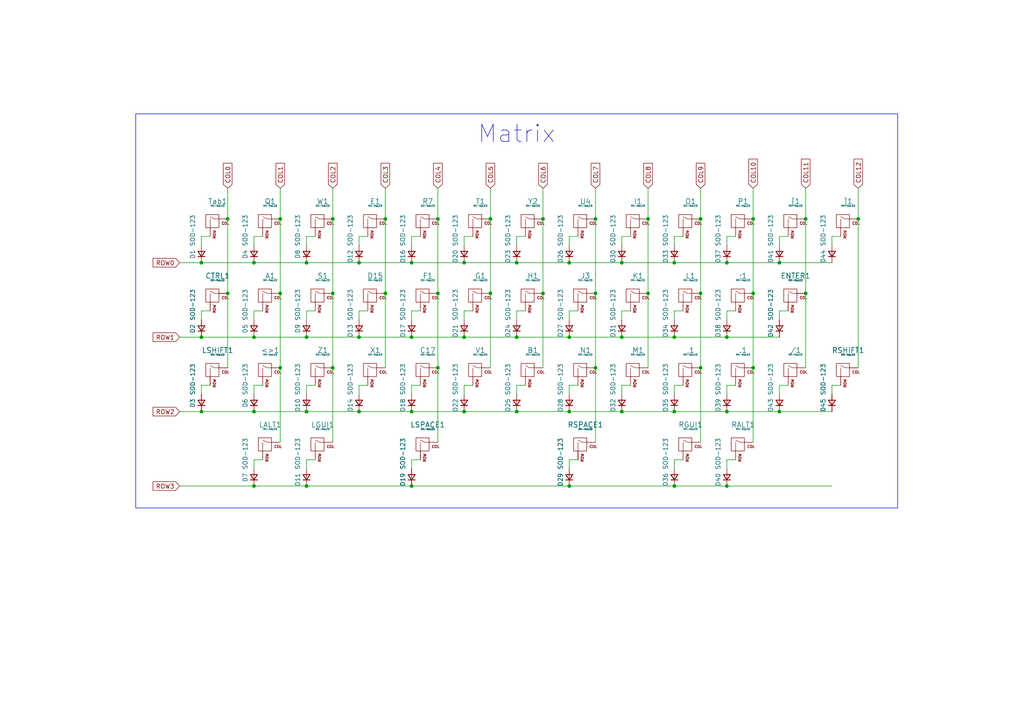
<source format=kicad_sch>
(kicad_sch (version 20230121) (generator eeschema)
  (paper "A4")
  (lib_symbols
    (symbol "Device:D_Small" (pin_numbers hide) (pin_names (offset 0.254) hide)
      (property "Reference" "D" (at -1.27 2.032 0))
      (property "Value" "D_Small" (at -3.81 -2.032 0))
      (symbol "D_Small_0_1"
        (polyline (pts (xy -0.762 -1.016) (xy -0.762 1.016)) (stroke (width 0.254)))
        (polyline (pts (xy -0.762 0) (xy 0.762 0)))
        (polyline (pts (xy 0.762 -1.016) (xy -0.762 0) (xy 0.762 1.016) (xy 0.762 -1.016)) (stroke (width 0.254)))
      )
      (symbol "D_Small_1_1"
        (pin passive line (at -2.54 0 0) (length 1.778) (name "K") (number "1"))
        (pin passive line (at 2.54 0 180) (length 1.778) (name "A") (number "2"))
      )
    )
    (symbol "MX_Alps_Hybrid:MX-NoLED" (pin_names (offset 1.016))
      (property "Reference" "MX" (at -0.635 3.81 0))
      (property "Value" "MX-NoLED" (at -0.635 1.27 0))
      (symbol "MX-NoLED_0_0"
        (rectangle (start -2.54 2.54) (end 1.27 -1.27))
        (polyline (pts (xy -1.27 -1.27) (xy -1.27 1.27)) (stroke (width 0.127)))
        (polyline (pts (xy 1.27 1.27) (xy 0 1.27) (xy -1.27 1.905)) (stroke (width 0.127)))
        (text "COL" (at 3.175 0 0) (effects (font (size 0.762 0.762))))
        (text "ROW" (at 0 -1.905 900) (effects (font (size 0.762 0.762)) (justify right)))
      )
      (symbol "MX-NoLED_1_1"
        (pin passive line (at 3.81 1.27 180) (length 2.54) (name "COL") (number "1"))
        (pin passive line (at -1.27 -3.81 90) (length 2.54) (name "ROW") (number "2"))
      )
    )
  )
  (junction (at 210.82 97.79))
  (junction (at 119.38 119.38))
  (junction (at 195.58 76.2))
  (junction (at 210.82 76.2))
  (junction (at 165.1 140.97))
  (junction (at 111.76 63.5))
  (junction (at 172.72 85.09))
  (junction (at 127 106.68))
  (junction (at 96.52 85.09))
  (junction (at 88.9 140.97))
  (junction (at 142.24 85.09))
  (junction (at 172.72 106.68))
  (junction (at 58.42 119.38))
  (junction (at 73.66 140.97))
  (junction (at 218.44 85.09))
  (junction (at 157.48 63.5))
  (junction (at 149.86 119.38))
  (junction (at 165.1 76.2))
  (junction (at 73.66 119.38))
  (junction (at 203.2 85.09))
  (junction (at 248.92 63.5))
  (junction (at 58.42 76.2))
  (junction (at 58.42 97.79))
  (junction (at 66.04 85.09))
  (junction (at 180.34 119.38))
  (junction (at 66.04 63.5))
  (junction (at 88.9 76.2))
  (junction (at 195.58 119.38))
  (junction (at 134.62 97.79))
  (junction (at 226.06 119.38))
  (junction (at 119.38 140.97))
  (junction (at 104.14 97.79))
  (junction (at 134.62 76.2))
  (junction (at 218.44 63.5))
  (junction (at 210.82 140.97))
  (junction (at 73.66 76.2))
  (junction (at 203.2 63.5))
  (junction (at 149.86 76.2))
  (junction (at 142.24 63.5))
  (junction (at 218.44 106.68))
  (junction (at 203.2 106.68))
  (junction (at 96.52 63.5))
  (junction (at 119.38 76.2))
  (junction (at 157.48 85.09))
  (junction (at 180.34 97.79))
  (junction (at 88.9 97.79))
  (junction (at 195.58 97.79))
  (junction (at 172.72 63.5))
  (junction (at 81.28 106.68))
  (junction (at 73.66 97.79))
  (junction (at 134.62 119.38))
  (junction (at 187.96 63.5))
  (junction (at 165.1 119.38))
  (junction (at 127 63.5))
  (junction (at 226.06 76.2))
  (junction (at 104.14 119.38))
  (junction (at 111.76 85.09))
  (junction (at 88.9 119.38))
  (junction (at 165.1 97.79))
  (junction (at 233.68 63.5))
  (junction (at 210.82 119.38))
  (junction (at 233.68 85.09))
  (junction (at 127 85.09))
  (junction (at 96.52 106.68))
  (junction (at 195.58 140.97))
  (junction (at 149.86 97.79))
  (junction (at 187.96 85.09))
  (junction (at 119.38 97.79))
  (junction (at 104.14 76.2))
  (junction (at 81.28 63.5))
  (junction (at 180.34 76.2))
  (junction (at 81.28 85.09))
  (wire (pts (xy 180.34 92.71) (xy 180.34 90.17)))
  (wire (pts (xy 233.68 54.61) (xy 233.68 63.5)))
  (wire (pts (xy 119.38 97.79) (xy 134.62 97.79)))
  (wire (pts (xy 210.82 97.79) (xy 226.06 97.79)))
  (wire (pts (xy 88.9 140.97) (xy 119.38 140.97)))
  (wire (pts (xy 66.04 85.09) (xy 66.04 106.68)))
  (wire (pts (xy 111.76 85.09) (xy 111.76 106.68)))
  (polyline (pts (xy 39.37 33.02) (xy 260.35 33.02)))
  (wire (pts (xy 195.58 90.17) (xy 198.12 90.17)))
  (wire (pts (xy 111.76 54.61) (xy 111.76 63.5)))
  (wire (pts (xy 58.42 92.71) (xy 58.42 90.17)))
  (wire (pts (xy 210.82 114.3) (xy 210.82 111.76)))
  (wire (pts (xy 165.1 133.35) (xy 167.64 133.35)))
  (wire (pts (xy 73.66 114.3) (xy 73.66 111.76)))
  (wire (pts (xy 134.62 92.71) (xy 134.62 90.17)))
  (wire (pts (xy 165.1 68.58) (xy 167.64 68.58)))
  (wire (pts (xy 104.14 119.38) (xy 119.38 119.38)))
  (wire (pts (xy 88.9 111.76) (xy 91.44 111.76)))
  (wire (pts (xy 58.42 90.17) (xy 60.96 90.17)))
  (wire (pts (xy 127 106.68) (xy 127 128.27)))
  (wire (pts (xy 195.58 135.89) (xy 195.58 133.35)))
  (wire (pts (xy 210.82 68.58) (xy 213.36 68.58)))
  (wire (pts (xy 180.34 119.38) (xy 195.58 119.38)))
  (wire (pts (xy 180.34 68.58) (xy 182.88 68.58)))
  (wire (pts (xy 149.86 76.2) (xy 165.1 76.2)))
  (wire (pts (xy 88.9 114.3) (xy 88.9 111.76)))
  (wire (pts (xy 149.86 71.12) (xy 149.86 68.58)))
  (wire (pts (xy 226.06 71.12) (xy 226.06 68.58)))
  (wire (pts (xy 241.3 111.76) (xy 243.84 111.76)))
  (wire (pts (xy 149.86 119.38) (xy 165.1 119.38)))
  (wire (pts (xy 233.68 63.5) (xy 233.68 85.09)))
  (wire (pts (xy 134.62 68.58) (xy 137.16 68.58)))
  (wire (pts (xy 210.82 135.89) (xy 210.82 133.35)))
  (wire (pts (xy 226.06 92.71) (xy 226.06 90.17)))
  (wire (pts (xy 58.42 71.12) (xy 58.42 68.58)))
  (wire (pts (xy 203.2 85.09) (xy 203.2 106.68)))
  (wire (pts (xy 96.52 106.68) (xy 96.52 128.27)))
  (wire (pts (xy 195.58 92.71) (xy 195.58 90.17)))
  (wire (pts (xy 104.14 68.58) (xy 106.68 68.58)))
  (wire (pts (xy 104.14 90.17) (xy 106.68 90.17)))
  (wire (pts (xy 119.38 90.17) (xy 121.92 90.17)))
  (wire (pts (xy 226.06 111.76) (xy 228.6 111.76)))
  (wire (pts (xy 58.42 68.58) (xy 60.96 68.58)))
  (wire (pts (xy 241.3 68.58) (xy 243.84 68.58)))
  (wire (pts (xy 58.42 114.3) (xy 58.42 111.76)))
  (wire (pts (xy 165.1 71.12) (xy 165.1 68.58)))
  (wire (pts (xy 157.48 85.09) (xy 157.48 106.68)))
  (wire (pts (xy 88.9 90.17) (xy 91.44 90.17)))
  (wire (pts (xy 119.38 119.38) (xy 134.62 119.38)))
  (wire (pts (xy 165.1 97.79) (xy 180.34 97.79)))
  (wire (pts (xy 149.86 111.76) (xy 152.4 111.76)))
  (wire (pts (xy 88.9 97.79) (xy 104.14 97.79)))
  (wire (pts (xy 127 54.61) (xy 127 63.5)))
  (wire (pts (xy 119.38 140.97) (xy 165.1 140.97)))
  (wire (pts (xy 52.07 119.38) (xy 58.42 119.38)))
  (wire (pts (xy 58.42 119.38) (xy 73.66 119.38)))
  (wire (pts (xy 241.3 140.97) (xy 210.82 140.97)))
  (wire (pts (xy 172.72 63.5) (xy 172.72 85.09)))
  (wire (pts (xy 157.48 54.61) (xy 157.48 63.5)))
  (wire (pts (xy 195.58 76.2) (xy 210.82 76.2)))
  (wire (pts (xy 134.62 111.76) (xy 137.16 111.76)))
  (wire (pts (xy 96.52 54.61) (xy 96.52 63.5)))
  (wire (pts (xy 134.62 71.12) (xy 134.62 68.58)))
  (wire (pts (xy 66.04 63.5) (xy 66.04 85.09)))
  (wire (pts (xy 88.9 71.12) (xy 88.9 68.58)))
  (wire (pts (xy 210.82 76.2) (xy 226.06 76.2)))
  (wire (pts (xy 73.66 71.12) (xy 73.66 68.58)))
  (wire (pts (xy 165.1 119.38) (xy 180.34 119.38)))
  (wire (pts (xy 226.06 90.17) (xy 228.6 90.17)))
  (wire (pts (xy 203.2 106.68) (xy 203.2 128.27)))
  (wire (pts (xy 96.52 85.09) (xy 96.52 106.68)))
  (wire (pts (xy 88.9 76.2) (xy 104.14 76.2)))
  (wire (pts (xy 111.76 63.5) (xy 111.76 85.09)))
  (wire (pts (xy 88.9 119.38) (xy 104.14 119.38)))
  (wire (pts (xy 165.1 111.76) (xy 167.64 111.76)))
  (wire (pts (xy 96.52 63.5) (xy 96.52 85.09)))
  (wire (pts (xy 233.68 85.09) (xy 233.68 106.68)))
  (polyline (pts (xy 39.37 147.32) (xy 260.35 147.32)))
  (wire (pts (xy 52.07 76.2) (xy 58.42 76.2)))
  (wire (pts (xy 241.3 71.12) (xy 241.3 68.58)))
  (wire (pts (xy 218.44 85.09) (xy 218.44 106.68)))
  (wire (pts (xy 180.34 114.3) (xy 180.34 111.76)))
  (wire (pts (xy 195.58 71.12) (xy 195.58 68.58)))
  (wire (pts (xy 119.38 68.58) (xy 121.92 68.58)))
  (wire (pts (xy 195.58 140.97) (xy 210.82 140.97)))
  (wire (pts (xy 104.14 76.2) (xy 119.38 76.2)))
  (wire (pts (xy 180.34 76.2) (xy 195.58 76.2)))
  (wire (pts (xy 88.9 68.58) (xy 91.44 68.58)))
  (wire (pts (xy 73.66 68.58) (xy 76.2 68.58)))
  (wire (pts (xy 165.1 90.17) (xy 167.64 90.17)))
  (wire (pts (xy 187.96 85.09) (xy 187.96 106.68)))
  (wire (pts (xy 58.42 76.2) (xy 73.66 76.2)))
  (wire (pts (xy 52.07 140.97) (xy 73.66 140.97)))
  (wire (pts (xy 210.82 71.12) (xy 210.82 68.58)))
  (wire (pts (xy 195.58 97.79) (xy 210.82 97.79)))
  (wire (pts (xy 218.44 63.5) (xy 218.44 85.09)))
  (wire (pts (xy 104.14 92.71) (xy 104.14 90.17)))
  (wire (pts (xy 73.66 135.89) (xy 73.66 133.35)))
  (wire (pts (xy 149.86 68.58) (xy 152.4 68.58)))
  (wire (pts (xy 52.07 97.79) (xy 58.42 97.79)))
  (wire (pts (xy 149.86 90.17) (xy 152.4 90.17)))
  (wire (pts (xy 165.1 92.71) (xy 165.1 90.17)))
  (wire (pts (xy 172.72 106.68) (xy 172.72 128.27)))
  (wire (pts (xy 195.58 114.3) (xy 195.58 111.76)))
  (wire (pts (xy 172.72 54.61) (xy 172.72 63.5)))
  (wire (pts (xy 58.42 97.79) (xy 73.66 97.79)))
  (wire (pts (xy 218.44 54.61) (xy 218.44 63.5)))
  (wire (pts (xy 104.14 97.79) (xy 119.38 97.79)))
  (wire (pts (xy 58.42 111.76) (xy 60.96 111.76)))
  (wire (pts (xy 119.38 111.76) (xy 121.92 111.76)))
  (wire (pts (xy 134.62 97.79) (xy 149.86 97.79)))
  (wire (pts (xy 134.62 114.3) (xy 134.62 111.76)))
  (wire (pts (xy 149.86 92.71) (xy 149.86 90.17)))
  (wire (pts (xy 165.1 140.97) (xy 195.58 140.97)))
  (wire (pts (xy 104.14 114.3) (xy 104.14 111.76)))
  (wire (pts (xy 172.72 85.09) (xy 172.72 106.68)))
  (wire (pts (xy 127 85.09) (xy 127 106.68)))
  (wire (pts (xy 142.24 54.61) (xy 142.24 63.5)))
  (wire (pts (xy 119.38 71.12) (xy 119.38 68.58)))
  (wire (pts (xy 180.34 97.79) (xy 195.58 97.79)))
  (wire (pts (xy 142.24 85.09) (xy 142.24 106.68)))
  (wire (pts (xy 157.48 63.5) (xy 157.48 85.09)))
  (wire (pts (xy 134.62 90.17) (xy 137.16 90.17)))
  (wire (pts (xy 73.66 76.2) (xy 88.9 76.2)))
  (wire (pts (xy 149.86 97.79) (xy 165.1 97.79)))
  (wire (pts (xy 241.3 114.3) (xy 241.3 111.76)))
  (wire (pts (xy 88.9 135.89) (xy 88.9 133.35)))
  (wire (pts (xy 203.2 63.5) (xy 203.2 85.09)))
  (wire (pts (xy 73.66 133.35) (xy 76.2 133.35)))
  (wire (pts (xy 165.1 114.3) (xy 165.1 111.76)))
  (wire (pts (xy 104.14 71.12) (xy 104.14 68.58)))
  (wire (pts (xy 210.82 133.35) (xy 213.36 133.35)))
  (wire (pts (xy 88.9 133.35) (xy 91.44 133.35)))
  (wire (pts (xy 226.06 119.38) (xy 241.3 119.38)))
  (wire (pts (xy 218.44 106.68) (xy 218.44 128.27)))
  (wire (pts (xy 180.34 90.17) (xy 182.88 90.17)))
  (wire (pts (xy 66.04 54.61) (xy 66.04 63.5)))
  (polyline (pts (xy 39.37 33.02) (xy 39.37 147.32)))
  (wire (pts (xy 149.86 114.3) (xy 149.86 111.76)))
  (wire (pts (xy 119.38 92.71) (xy 119.38 90.17)))
  (wire (pts (xy 210.82 92.71) (xy 210.82 90.17)))
  (wire (pts (xy 142.24 63.5) (xy 142.24 85.09)))
  (wire (pts (xy 210.82 111.76) (xy 213.36 111.76)))
  (wire (pts (xy 226.06 68.58) (xy 228.6 68.58)))
  (wire (pts (xy 226.06 76.2) (xy 241.3 76.2)))
  (wire (pts (xy 180.34 71.12) (xy 180.34 68.58)))
  (wire (pts (xy 187.96 54.61) (xy 187.96 63.5)))
  (wire (pts (xy 210.82 90.17) (xy 213.36 90.17)))
  (wire (pts (xy 134.62 119.38) (xy 149.86 119.38)))
  (wire (pts (xy 119.38 76.2) (xy 134.62 76.2)))
  (wire (pts (xy 203.2 54.61) (xy 203.2 63.5)))
  (wire (pts (xy 195.58 68.58) (xy 198.12 68.58)))
  (wire (pts (xy 81.28 106.68) (xy 81.28 128.27)))
  (wire (pts (xy 73.66 90.17) (xy 76.2 90.17)))
  (wire (pts (xy 73.66 119.38) (xy 88.9 119.38)))
  (wire (pts (xy 88.9 92.71) (xy 88.9 90.17)))
  (wire (pts (xy 119.38 135.89) (xy 119.38 133.35)))
  (wire (pts (xy 180.34 111.76) (xy 182.88 111.76)))
  (wire (pts (xy 73.66 111.76) (xy 76.2 111.76)))
  (wire (pts (xy 187.96 63.5) (xy 187.96 85.09)))
  (wire (pts (xy 165.1 135.89) (xy 165.1 133.35)))
  (polyline (pts (xy 260.35 147.32) (xy 260.35 33.02)))
  (wire (pts (xy 119.38 133.35) (xy 121.92 133.35)))
  (wire (pts (xy 248.92 63.5) (xy 248.92 54.61)))
  (wire (pts (xy 81.28 54.61) (xy 81.28 63.5)))
  (wire (pts (xy 210.82 119.38) (xy 226.06 119.38)))
  (wire (pts (xy 119.38 114.3) (xy 119.38 111.76)))
  (wire (pts (xy 81.28 85.09) (xy 81.28 106.68)))
  (wire (pts (xy 73.66 92.71) (xy 73.66 90.17)))
  (wire (pts (xy 104.14 111.76) (xy 106.68 111.76)))
  (wire (pts (xy 165.1 76.2) (xy 180.34 76.2)))
  (wire (pts (xy 248.92 63.5) (xy 248.92 106.68)))
  (wire (pts (xy 226.06 114.3) (xy 226.06 111.76)))
  (wire (pts (xy 81.28 63.5) (xy 81.28 85.09)))
  (wire (pts (xy 73.66 140.97) (xy 88.9 140.97)))
  (wire (pts (xy 73.66 97.79) (xy 88.9 97.79)))
  (wire (pts (xy 195.58 119.38) (xy 210.82 119.38)))
  (wire (pts (xy 195.58 111.76) (xy 198.12 111.76)))
  (wire (pts (xy 134.62 76.2) (xy 149.86 76.2)))
  (wire (pts (xy 127 63.5) (xy 127 85.09)))
  (wire (pts (xy 195.58 133.35) (xy 198.12 133.35)))
  (text "Matrix" (at 138.43 41.91 0) (effects (font (size 5 5)) (justify left bottom)))
  (global_label "COL11" (shape input) (at 233.68 54.61 90) (property "Intersheetrefs" "${INTERSHEET_REFS}" (effects hide)))
  (global_label "COL10" (shape input) (at 218.44 54.61 90) (property "Intersheetrefs" "${INTERSHEET_REFS}" (effects hide)))
  (global_label "COL3" (shape input) (at 111.76 54.61 90) (property "Intersheetrefs" "${INTERSHEET_REFS}" (effects hide)))
  (global_label "ROW0" (shape input) (at 52.07 76.2 180) (property "Intersheetrefs" "${INTERSHEET_REFS}" (effects hide)))
  (global_label "COL1" (shape input) (at 81.28 54.61 90) (property "Intersheetrefs" "${INTERSHEET_REFS}" (effects hide)))
  (global_label "COL5" (shape input) (at 142.24 54.61 90) (property "Intersheetrefs" "${INTERSHEET_REFS}" (effects hide)))
  (global_label "COL2" (shape input) (at 96.52 54.61 90) (property "Intersheetrefs" "${INTERSHEET_REFS}" (effects hide)))
  (global_label "COL9" (shape input) (at 203.2 54.61 90) (property "Intersheetrefs" "${INTERSHEET_REFS}" (effects hide)))
  (global_label "COL4" (shape input) (at 127 54.61 90) (property "Intersheetrefs" "${INTERSHEET_REFS}" (effects hide)))
  (global_label "COL7" (shape input) (at 172.72 54.61 90) (property "Intersheetrefs" "${INTERSHEET_REFS}" (effects hide)))
  (global_label "ROW1" (shape input) (at 52.07 97.79 180) (property "Intersheetrefs" "${INTERSHEET_REFS}" (effects hide)))
  (global_label "COL8" (shape input) (at 187.96 54.61 90) (property "Intersheetrefs" "${INTERSHEET_REFS}" (effects hide)))
  (global_label "COL6" (shape input) (at 157.48 54.61 90) (property "Intersheetrefs" "${INTERSHEET_REFS}" (effects hide)))
  (global_label "ROW2" (shape input) (at 52.07 119.38 180) (property "Intersheetrefs" "${INTERSHEET_REFS}" (effects hide)))
  (global_label "ROW3" (shape input) (at 52.07 140.97 180) (property "Intersheetrefs" "${INTERSHEET_REFS}" (effects hide)))
  (global_label "COL12" (shape input) (at 248.92 54.61 90) (property "Intersheetrefs" "${INTERSHEET_REFS}" (effects hide)))
  (global_label "COL0" (shape input) (at 66.04 54.61 90) (property "Intersheetrefs" "${INTERSHEET_REFS}" (effects hide)))
  (symbol (lib_id "Device:D_Small") (at 88.9 116.84 90) (unit 1)
    (property "Reference" "D10" (at 86.36 115.57 0) (effects (justify right)))
    (property "Value" "SOD-123" (at 86.36 105.41 0) (effects (justify right)))
    (property "Footprint" "Diode_SMD:D_SOD-123" (effects hide))
  )
  (symbol (lib_id "Device:D_Small") (at 88.9 138.43 90) (unit 1)
    (property "Reference" "D11" (at 86.36 137.16 0) (effects (justify right)))
    (property "Value" "SOD-123" (at 86.36 127 0) (effects (justify right)))
    (property "Footprint" "Diode_SMD:D_SOD-123" (effects hide))
  )
  (symbol (lib_id "MX_Alps_Hybrid:MX-NoLED") (at 199.39 86.36 0) (unit 1)
    (property "Reference" "L1" (at 200.2756 80.01 0) (effects (font (size 1.524 1.524))))
    (property "Value" "MX-NoLED" (at 200.2756 81.28 0) (effects (font (size 0.508 0.508))))
    (property "Footprint" "ddkb:MX-1U-NoLED" (effects hide))
  )
  (symbol (lib_id "Device:D_Small") (at 149.86 95.25 90) (unit 1)
    (property "Reference" "D24" (at 147.32 93.98 0) (effects (justify right)))
    (property "Value" "SOD-123" (at 147.32 83.82 0) (effects (justify right)))
    (property "Footprint" "Diode_SMD:D_SOD-123" (effects hide))
  )
  (symbol (lib_id "MX_Alps_Hybrid:MX-NoLED") (at 168.91 107.95 0) (unit 1)
    (property "Reference" "N1" (at 169.7956 101.6 0) (effects (font (size 1.524 1.524))))
    (property "Value" "MX-NoLED" (at 169.7956 102.87 0) (effects (font (size 0.508 0.508))))
    (property "Footprint" "ddkb:MX-1U-NoLED" (effects hide))
  )
  (symbol (lib_id "Device:D_Small") (at 73.66 116.84 90) (unit 1)
    (property "Reference" "D6" (at 71.12 115.57 0) (effects (justify right)))
    (property "Value" "SOD-123" (at 71.12 105.41 0) (effects (justify right)))
    (property "Footprint" "Diode_SMD:D_SOD-123" (effects hide))
  )
  (symbol (lib_id "Device:D_Small") (at 104.14 116.84 90) (unit 1)
    (property "Reference" "D14" (at 101.6 115.57 0) (effects (justify right)))
    (property "Value" "SOD-123" (at 101.6 105.41 0) (effects (justify right)))
    (property "Footprint" "Diode_SMD:D_SOD-123" (effects hide))
  )
  (symbol (lib_id "MX_Alps_Hybrid:MX-NoLED") (at 214.63 129.54 0) (unit 1)
    (property "Reference" "RALT1" (at 215.5156 123.19 0) (effects (font (size 1.524 1.524))))
    (property "Value" "MX-NoLED" (at 215.5156 124.46 0) (effects (font (size 0.508 0.508))))
    (property "Footprint" "ddkb:MX-1U-NoLED" (effects hide))
  )
  (symbol (lib_id "Device:D_Small") (at 149.86 73.66 90) (unit 1)
    (property "Reference" "D23" (at 147.32 72.39 0) (effects (justify right)))
    (property "Value" "SOD-123" (at 147.32 62.23 0) (effects (justify right)))
    (property "Footprint" "Diode_SMD:D_SOD-123" (effects hide))
  )
  (symbol (lib_id "Device:D_Small") (at 73.66 138.43 90) (unit 1)
    (property "Reference" "D7" (at 71.12 137.16 0) (effects (justify right)))
    (property "Value" "SOD-123" (at 71.12 127 0) (effects (justify right)))
    (property "Footprint" "Diode_SMD:D_SOD-123" (effects hide))
  )
  (symbol (lib_id "Device:D_Small") (at 210.82 73.66 90) (unit 1)
    (property "Reference" "D37" (at 208.28 72.39 0) (effects (justify right)))
    (property "Value" "SOD-123" (at 208.28 62.23 0) (effects (justify right)))
    (property "Footprint" "Diode_SMD:D_SOD-123" (effects hide))
  )
  (symbol (lib_id "Device:D_Small") (at 165.1 95.25 90) (unit 1)
    (property "Reference" "D27" (at 162.56 93.98 0) (effects (justify right)))
    (property "Value" "SOD-123" (at 162.56 83.82 0) (effects (justify right)))
    (property "Footprint" "Diode_SMD:D_SOD-123" (effects hide))
  )
  (symbol (lib_id "MX_Alps_Hybrid:MX-NoLED") (at 123.19 64.77 0) (unit 1)
    (property "Reference" "R7" (at 124.0756 58.42 0) (effects (font (size 1.524 1.524))))
    (property "Value" "MX-NoLED" (at 124.0756 59.69 0) (effects (font (size 0.508 0.508))))
    (property "Footprint" "ddkb:MX-1U-NoLED" (effects hide))
  )
  (symbol (lib_id "Device:D_Small") (at 165.1 116.84 90) (unit 1)
    (property "Reference" "D28" (at 162.56 115.57 0) (effects (justify right)))
    (property "Value" "SOD-123" (at 162.56 105.41 0) (effects (justify right)))
    (property "Footprint" "Diode_SMD:D_SOD-123" (effects hide))
  )
  (symbol (lib_id "MX_Alps_Hybrid:MX-NoLED") (at 123.19 86.36 0) (unit 1)
    (property "Reference" "F1" (at 124.0756 80.01 0) (effects (font (size 1.524 1.524))))
    (property "Value" "MX-NoLED" (at 124.0756 81.28 0) (effects (font (size 0.508 0.508))))
    (property "Footprint" "ddkb:MX-1U-NoLED" (effects hide))
  )
  (symbol (lib_id "Device:D_Small") (at 58.42 116.84 90) (unit 1)
    (property "Reference" "D3" (at 55.88 115.57 0) (effects (justify right)))
    (property "Value" "SOD-123" (at 55.88 105.41 0) (effects (justify right)))
    (property "Footprint" "Diode_SMD:D_SOD-123" (effects hide))
  )
  (symbol (lib_id "Device:D_Small") (at 195.58 95.25 90) (unit 1)
    (property "Reference" "D34" (at 193.04 93.98 0) (effects (justify right)))
    (property "Value" "SOD-123" (at 193.04 83.82 0) (effects (justify right)))
    (property "Footprint" "Diode_SMD:D_SOD-123" (effects hide))
  )
  (symbol (lib_id "Device:D_Small") (at 104.14 95.25 90) (unit 1)
    (property "Reference" "D13" (at 101.6 93.98 0) (effects (justify right)))
    (property "Value" "SOD-123" (at 101.6 83.82 0) (effects (justify right)))
    (property "Footprint" "Diode_SMD:D_SOD-123" (effects hide))
  )
  (symbol (lib_id "MX_Alps_Hybrid:MX-NoLED") (at 153.67 64.77 0) (unit 1)
    (property "Reference" "Y2" (at 154.5556 58.42 0) (effects (font (size 1.524 1.524))))
    (property "Value" "MX-NoLED" (at 154.5556 59.69 0) (effects (font (size 0.508 0.508))))
    (property "Footprint" "ddkb:MX-1U-NoLED" (effects hide))
  )
  (symbol (lib_id "MX_Alps_Hybrid:MX-NoLED") (at 214.63 107.95 0) (unit 1)
    (property "Reference" ".1" (at 215.5156 101.6 0) (effects (font (size 1.524 1.524))))
    (property "Value" "MX-NoLED" (at 215.5156 102.87 0) (effects (font (size 0.508 0.508))))
    (property "Footprint" "ddkb:MX-1U-NoLED" (effects hide))
  )
  (symbol (lib_id "MX_Alps_Hybrid:MX-NoLED") (at 107.95 107.95 0) (unit 1)
    (property "Reference" "X1" (at 108.8356 101.6 0) (effects (font (size 1.524 1.524))))
    (property "Value" "MX-NoLED" (at 108.8356 102.87 0) (effects (font (size 0.508 0.508))))
    (property "Footprint" "ddkb:MX-1U-NoLED" (effects hide))
  )
  (symbol (lib_id "MX_Alps_Hybrid:MX-NoLED") (at 168.91 64.77 0) (unit 1)
    (property "Reference" "U4" (at 169.7956 58.42 0) (effects (font (size 1.524 1.524))))
    (property "Value" "MX-NoLED" (at 169.7956 59.69 0) (effects (font (size 0.508 0.508))))
    (property "Footprint" "ddkb:MX-1U-NoLED" (effects hide))
  )
  (symbol (lib_id "MX_Alps_Hybrid:MX-NoLED") (at 62.23 107.95 0) (unit 1)
    (property "Reference" "LSHIFT1" (at 63.1156 101.6 0) (effects (font (size 1.524 1.524))))
    (property "Value" "MX-NoLED" (at 63.1156 102.87 0) (effects (font (size 0.508 0.508))))
    (property "Footprint" "ddkb:MX-2.25U-NoLED" (effects hide))
  )
  (symbol (lib_id "Device:D_Small") (at 195.58 73.66 90) (unit 1)
    (property "Reference" "D33" (at 193.04 72.39 0) (effects (justify right)))
    (property "Value" "SOD-123" (at 193.04 62.23 0) (effects (justify right)))
    (property "Footprint" "Diode_SMD:D_SOD-123" (effects hide))
  )
  (symbol (lib_id "Device:D_Small") (at 58.42 95.25 90) (unit 1)
    (property "Reference" "D2" (at 55.88 93.98 0) (effects (justify right)))
    (property "Value" "SOD-123" (at 55.88 83.82 0) (effects (justify right)))
    (property "Footprint" "Diode_SMD:D_SOD-123" (effects hide))
  )
  (symbol (lib_id "Device:D_Small") (at 210.82 95.25 90) (unit 1)
    (property "Reference" "D38" (at 208.28 93.98 0) (effects (justify right)))
    (property "Value" "SOD-123" (at 208.28 83.82 0) (effects (justify right)))
    (property "Footprint" "Diode_SMD:D_SOD-123" (effects hide))
  )
  (symbol (lib_id "Device:D_Small") (at 241.3 116.84 90) (unit 1)
    (property "Reference" "D45" (at 238.76 115.57 0) (effects (justify right)))
    (property "Value" "SOD-123" (at 238.76 105.41 0) (effects (justify right)))
    (property "Footprint" "Diode_SMD:D_SOD-123" (effects hide))
  )
  (symbol (lib_id "MX_Alps_Hybrid:MX-NoLED") (at 62.23 64.77 0) (unit 1)
    (property "Reference" "Tab1" (at 63.1156 58.42 0) (effects (font (size 1.524 1.524))))
    (property "Value" "MX-NoLED" (at 63.1156 59.69 0) (effects (font (size 0.508 0.508))))
    (property "Footprint" "ddkb:MX-1.5U-NoLED" (effects hide))
  )
  (symbol (lib_id "MX_Alps_Hybrid:MX-NoLED") (at 184.15 107.95 0) (unit 1)
    (property "Reference" "M1" (at 185.0356 101.6 0) (effects (font (size 1.524 1.524))))
    (property "Value" "MX-NoLED" (at 185.0356 102.87 0) (effects (font (size 0.508 0.508))))
    (property "Footprint" "ddkb:MX-1U-NoLED" (effects hide))
  )
  (symbol (lib_id "MX_Alps_Hybrid:MX-NoLED") (at 184.15 64.77 0) (unit 1)
    (property "Reference" "I1" (at 185.0356 58.42 0) (effects (font (size 1.524 1.524))))
    (property "Value" "MX-NoLED" (at 185.0356 59.69 0) (effects (font (size 0.508 0.508))))
    (property "Footprint" "ddkb:MX-1U-NoLED" (effects hide))
  )
  (symbol (lib_id "MX_Alps_Hybrid:MX-NoLED") (at 199.39 129.54 0) (unit 1)
    (property "Reference" "RGUI1" (at 200.2756 123.19 0) (effects (font (size 1.524 1.524))))
    (property "Value" "MX-NoLED" (at 200.2756 124.46 0) (effects (font (size 0.508 0.508))))
    (property "Footprint" "ddkb:MX-1U-NoLED" (effects hide))
  )
  (symbol (lib_id "MX_Alps_Hybrid:MX-NoLED") (at 199.39 64.77 0) (unit 1)
    (property "Reference" "O1" (at 200.2756 58.42 0) (effects (font (size 1.524 1.524))))
    (property "Value" "MX-NoLED" (at 200.2756 59.69 0) (effects (font (size 0.508 0.508))))
    (property "Footprint" "ddkb:MX-1U-NoLED" (effects hide))
  )
  (symbol (lib_id "MX_Alps_Hybrid:MX-NoLED") (at 153.67 107.95 0) (unit 1)
    (property "Reference" "B1" (at 154.5556 101.6 0) (effects (font (size 1.524 1.524))))
    (property "Value" "MX-NoLED" (at 154.5556 102.87 0) (effects (font (size 0.508 0.508))))
    (property "Footprint" "ddkb:MX-1U-NoLED" (effects hide))
  )
  (symbol (lib_id "Device:D_Small") (at 104.14 73.66 90) (unit 1)
    (property "Reference" "D12" (at 101.6 72.39 0) (effects (justify right)))
    (property "Value" "SOD-123" (at 101.6 62.23 0) (effects (justify right)))
    (property "Footprint" "Diode_SMD:D_SOD-123" (effects hide))
  )
  (symbol (lib_id "MX_Alps_Hybrid:MX-NoLED") (at 229.87 107.95 0) (unit 1)
    (property "Reference" "/1" (at 230.7556 101.6 0) (effects (font (size 1.524 1.524))))
    (property "Value" "MX-NoLED" (at 230.7556 102.87 0) (effects (font (size 0.508 0.508))))
    (property "Footprint" "ddkb:MX-1U-NoLED" (effects hide))
  )
  (symbol (lib_id "Device:D_Small") (at 165.1 138.43 90) (unit 1)
    (property "Reference" "D29" (at 162.56 137.16 0) (effects (justify right)))
    (property "Value" "SOD-123" (at 162.56 127 0) (effects (justify right)))
    (property "Footprint" "Diode_SMD:D_SOD-123" (effects hide))
  )
  (symbol (lib_id "Device:D_Small") (at 226.06 73.66 90) (unit 1)
    (property "Reference" "D41" (at 223.52 72.39 0) (effects (justify right)))
    (property "Value" "SOD-123" (at 223.52 62.23 0) (effects (justify right)))
    (property "Footprint" "Diode_SMD:D_SOD-123" (effects hide))
  )
  (symbol (lib_id "Device:D_Small") (at 119.38 138.43 90) (unit 1)
    (property "Reference" "D19" (at 116.84 137.16 0) (effects (justify right)))
    (property "Value" "SOD-123" (at 116.84 127 0) (effects (justify right)))
    (property "Footprint" "Diode_SMD:D_SOD-123" (effects hide))
  )
  (symbol (lib_id "MX_Alps_Hybrid:MX-NoLED") (at 138.43 86.36 0) (unit 1)
    (property "Reference" "G1" (at 139.3156 80.01 0) (effects (font (size 1.524 1.524))))
    (property "Value" "MX-NoLED" (at 139.3156 81.28 0) (effects (font (size 0.508 0.508))))
    (property "Footprint" "ddkb:MX-1U-NoLED" (effects hide))
  )
  (symbol (lib_id "Device:D_Small") (at 88.9 73.66 90) (unit 1)
    (property "Reference" "D8" (at 86.36 72.39 0) (effects (justify right)))
    (property "Value" "SOD-123" (at 86.36 62.23 0) (effects (justify right)))
    (property "Footprint" "Diode_SMD:D_SOD-123" (effects hide))
  )
  (symbol (lib_id "Device:D_Small") (at 210.82 116.84 90) (unit 1)
    (property "Reference" "D39" (at 208.28 115.57 0) (effects (justify right)))
    (property "Value" "SOD-123" (at 208.28 105.41 0) (effects (justify right)))
    (property "Footprint" "Diode_SMD:D_SOD-123" (effects hide))
  )
  (symbol (lib_id "MX_Alps_Hybrid:MX-NoLED") (at 199.39 107.95 0) (unit 1)
    (property "Reference" ",1" (at 200.2756 101.6 0) (effects (font (size 1.524 1.524))))
    (property "Value" "MX-NoLED" (at 200.2756 102.87 0) (effects (font (size 0.508 0.508))))
    (property "Footprint" "ddkb:MX-1U-NoLED" (effects hide))
  )
  (symbol (lib_id "MX_Alps_Hybrid:MX-NoLED") (at 77.47 64.77 0) (unit 1)
    (property "Reference" "Q1" (at 78.3556 58.42 0) (effects (font (size 1.524 1.524))))
    (property "Value" "MX-NoLED" (at 78.3556 59.69 0) (effects (font (size 0.508 0.508))))
    (property "Footprint" "ddkb:MX-1U-NoLED" (effects hide))
  )
  (symbol (lib_id "Device:D_Small") (at 226.06 95.25 90) (unit 1)
    (property "Reference" "D42" (at 223.52 93.98 0) (effects (justify right)))
    (property "Value" "SOD-123" (at 223.52 83.82 0) (effects (justify right)))
    (property "Footprint" "Diode_SMD:D_SOD-123" (effects hide))
  )
  (symbol (lib_id "Device:D_Small") (at 241.3 73.66 90) (unit 1)
    (property "Reference" "D44" (at 238.76 72.39 0) (effects (justify right)))
    (property "Value" "SOD-123" (at 238.76 62.23 0) (effects (justify right)))
    (property "Footprint" "Diode_SMD:D_SOD-123" (effects hide))
  )
  (symbol (lib_id "Device:D_Small") (at 119.38 73.66 90) (unit 1)
    (property "Reference" "D16" (at 116.84 72.39 0) (effects (justify right)))
    (property "Value" "SOD-123" (at 116.84 62.23 0) (effects (justify right)))
    (property "Footprint" "Diode_SMD:D_SOD-123" (effects hide))
  )
  (symbol (lib_id "Device:D_Small") (at 134.62 95.25 90) (unit 1)
    (property "Reference" "D21" (at 132.08 93.98 0) (effects (justify right)))
    (property "Value" "SOD-123" (at 132.08 83.82 0) (effects (justify right)))
    (property "Footprint" "Diode_SMD:D_SOD-123" (effects hide))
  )
  (symbol (lib_id "Device:D_Small") (at 165.1 73.66 90) (unit 1)
    (property "Reference" "D26" (at 162.56 72.39 0) (effects (justify right)))
    (property "Value" "SOD-123" (at 162.56 62.23 0) (effects (justify right)))
    (property "Footprint" "Diode_SMD:D_SOD-123" (effects hide))
  )
  (symbol (lib_id "MX_Alps_Hybrid:MX-NoLED") (at 92.71 107.95 0) (unit 1)
    (property "Reference" "Z1" (at 93.5956 101.6 0) (effects (font (size 1.524 1.524))))
    (property "Value" "MX-NoLED" (at 93.5956 102.87 0) (effects (font (size 0.508 0.508))))
    (property "Footprint" "ddkb:MX-1U-NoLED" (effects hide))
  )
  (symbol (lib_id "MX_Alps_Hybrid:MX-NoLED") (at 123.19 107.95 0) (unit 1)
    (property "Reference" "C17" (at 124.0756 101.6 0) (effects (font (size 1.524 1.524))))
    (property "Value" "MX-NoLED" (at 124.0756 102.87 0) (effects (font (size 0.508 0.508))))
    (property "Footprint" "ddkb:MX-1U-NoLED" (effects hide))
  )
  (symbol (lib_id "MX_Alps_Hybrid:MX-NoLED") (at 77.47 107.95 0) (unit 1)
    (property "Reference" "<>1" (at 78.3556 101.6 0) (effects (font (size 1.524 1.524))))
    (property "Value" "MX-NoLED" (at 78.3556 102.87 0) (effects (font (size 0.508 0.508))))
    (property "Footprint" "ddkb:MX-1U-NoLED" (effects hide))
  )
  (symbol (lib_id "MX_Alps_Hybrid:MX-NoLED") (at 92.71 86.36 0) (unit 1)
    (property "Reference" "S1" (at 93.5956 80.01 0) (effects (font (size 1.524 1.524))))
    (property "Value" "MX-NoLED" (at 93.5956 81.28 0) (effects (font (size 0.508 0.508))))
    (property "Footprint" "ddkb:MX-1U-NoLED" (effects hide))
  )
  (symbol (lib_id "MX_Alps_Hybrid:MX-NoLED") (at 138.43 107.95 0) (unit 1)
    (property "Reference" "V1" (at 139.3156 101.6 0) (effects (font (size 1.524 1.524))))
    (property "Value" "MX-NoLED" (at 139.3156 102.87 0) (effects (font (size 0.508 0.508))))
    (property "Footprint" "ddkb:MX-1U-NoLED" (effects hide))
  )
  (symbol (lib_id "MX_Alps_Hybrid:MX-NoLED") (at 229.87 64.77 0) (unit 1)
    (property "Reference" "[1" (at 230.7556 58.42 0) (effects (font (size 1.524 1.524))))
    (property "Value" "MX-NoLED" (at 230.7556 59.69 0) (effects (font (size 0.508 0.508))))
    (property "Footprint" "ddkb:MX-1U-NoLED" (effects hide))
  )
  (symbol (lib_id "Device:D_Small") (at 119.38 116.84 90) (unit 1)
    (property "Reference" "D18" (at 116.84 115.57 0) (effects (justify right)))
    (property "Value" "SOD-123" (at 116.84 105.41 0) (effects (justify right)))
    (property "Footprint" "Diode_SMD:D_SOD-123" (effects hide))
  )
  (symbol (lib_id "Device:D_Small") (at 226.06 116.84 90) (unit 1)
    (property "Reference" "D43" (at 223.52 115.57 0) (effects (justify right)))
    (property "Value" "SOD-123" (at 223.52 105.41 0) (effects (justify right)))
    (property "Footprint" "Diode_SMD:D_SOD-123" (effects hide))
  )
  (symbol (lib_id "MX_Alps_Hybrid:MX-NoLED") (at 123.19 129.54 0) (unit 1)
    (property "Reference" "LSPACE1" (at 124.0756 123.19 0) (effects (font (size 1.524 1.524))))
    (property "Value" "MX-NoLED" (at 124.0756 124.46 0) (effects (font (size 0.508 0.508))))
    (property "Footprint" "ddkb:MX-3U-NoLED" (effects hide))
  )
  (symbol (lib_id "MX_Alps_Hybrid:MX-NoLED") (at 214.63 86.36 0) (unit 1)
    (property "Reference" ";1" (at 215.5156 80.01 0) (effects (font (size 1.524 1.524))))
    (property "Value" "MX-NoLED" (at 215.5156 81.28 0) (effects (font (size 0.508 0.508))))
    (property "Footprint" "ddkb:MX-1U-NoLED" (effects hide))
  )
  (symbol (lib_id "Device:D_Small") (at 195.58 138.43 90) (unit 1)
    (property "Reference" "D36" (at 193.04 137.16 0) (effects (justify right)))
    (property "Value" "SOD-123" (at 193.04 127 0) (effects (justify right)))
    (property "Footprint" "Diode_SMD:D_SOD-123" (effects hide))
  )
  (symbol (lib_id "MX_Alps_Hybrid:MX-NoLED") (at 77.47 129.54 0) (unit 1)
    (property "Reference" "LALT1" (at 78.3556 123.19 0) (effects (font (size 1.524 1.524))))
    (property "Value" "MX-NoLED" (at 78.3556 124.46 0) (effects (font (size 0.508 0.508))))
    (property "Footprint" "ddkb:MX-1U-NoLED" (effects hide))
  )
  (symbol (lib_id "MX_Alps_Hybrid:MX-NoLED") (at 92.71 64.77 0) (unit 1)
    (property "Reference" "W1" (at 93.5956 58.42 0) (effects (font (size 1.524 1.524))))
    (property "Value" "MX-NoLED" (at 93.5956 59.69 0) (effects (font (size 0.508 0.508))))
    (property "Footprint" "ddkb:MX-1U-NoLED" (effects hide))
  )
  (symbol (lib_id "MX_Alps_Hybrid:MX-NoLED") (at 153.67 86.36 0) (unit 1)
    (property "Reference" "H1" (at 154.5556 80.01 0) (effects (font (size 1.524 1.524))))
    (property "Value" "MX-NoLED" (at 154.5556 81.28 0) (effects (font (size 0.508 0.508))))
    (property "Footprint" "ddkb:MX-1U-NoLED" (effects hide))
  )
  (symbol (lib_id "Device:D_Small") (at 180.34 95.25 90) (unit 1)
    (property "Reference" "D31" (at 177.8 93.98 0) (effects (justify right)))
    (property "Value" "SOD-123" (at 177.8 83.82 0) (effects (justify right)))
    (property "Footprint" "Diode_SMD:D_SOD-123" (effects hide))
  )
  (symbol (lib_id "Device:D_Small") (at 58.42 73.66 90) (unit 1)
    (property "Reference" "D1" (at 55.88 72.39 0) (effects (justify right)))
    (property "Value" "SOD-123" (at 55.88 62.23 0) (effects (justify right)))
    (property "Footprint" "Diode_SMD:D_SOD-123" (effects hide))
  )
  (symbol (lib_id "Device:D_Small") (at 210.82 138.43 90) (unit 1)
    (property "Reference" "D40" (at 208.28 137.16 0) (effects (justify right)))
    (property "Value" "SOD-123" (at 208.28 127 0) (effects (justify right)))
    (property "Footprint" "Diode_SMD:D_SOD-123" (effects hide))
  )
  (symbol (lib_id "Device:D_Small") (at 180.34 73.66 90) (unit 1)
    (property "Reference" "D30" (at 177.8 72.39 0) (effects (justify right)))
    (property "Value" "SOD-123" (at 177.8 62.23 0) (effects (justify right)))
    (property "Footprint" "Diode_SMD:D_SOD-123" (effects hide))
  )
  (symbol (lib_id "Device:D_Small") (at 88.9 95.25 90) (unit 1)
    (property "Reference" "D9" (at 86.36 93.98 0) (effects (justify right)))
    (property "Value" "SOD-123" (at 86.36 83.82 0) (effects (justify right)))
    (property "Footprint" "Diode_SMD:D_SOD-123" (effects hide))
  )
  (symbol (lib_id "MX_Alps_Hybrid:MX-NoLED") (at 107.95 86.36 0) (unit 1)
    (property "Reference" "D15" (at 108.8356 80.01 0) (effects (font (size 1.524 1.524))))
    (property "Value" "MX-NoLED" (at 108.8356 81.28 0) (effects (font (size 0.508 0.508))))
    (property "Footprint" "ddkb:MX-1U-NoLED" (effects hide))
  )
  (symbol (lib_id "Device:D_Small") (at 195.58 116.84 90) (unit 1)
    (property "Reference" "D35" (at 193.04 115.57 0) (effects (justify right)))
    (property "Value" "SOD-123" (at 193.04 105.41 0) (effects (justify right)))
    (property "Footprint" "Diode_SMD:D_SOD-123" (effects hide))
  )
  (symbol (lib_id "Device:D_Small") (at 73.66 95.25 90) (unit 1)
    (property "Reference" "D5" (at 71.12 93.98 0) (effects (justify right)))
    (property "Value" "SOD-123" (at 71.12 83.82 0) (effects (justify right)))
    (property "Footprint" "Diode_SMD:D_SOD-123" (effects hide))
  )
  (symbol (lib_id "MX_Alps_Hybrid:MX-NoLED") (at 214.63 64.77 0) (unit 1)
    (property "Reference" "P1" (at 215.5156 58.42 0) (effects (font (size 1.524 1.524))))
    (property "Value" "MX-NoLED" (at 215.5156 59.69 0) (effects (font (size 0.508 0.508))))
    (property "Footprint" "ddkb:MX-1U-NoLED" (effects hide))
  )
  (symbol (lib_id "MX_Alps_Hybrid:MX-NoLED") (at 62.23 86.36 0) (unit 1)
    (property "Reference" "CTRL1" (at 63.1156 80.01 0) (effects (font (size 1.524 1.524))))
    (property "Value" "MX-NoLED" (at 63.1156 81.28 0) (effects (font (size 0.508 0.508))))
    (property "Footprint" "ddkb:MX-1.75U-NoLED" (effects hide))
  )
  (symbol (lib_id "MX_Alps_Hybrid:MX-NoLED") (at 92.71 129.54 0) (unit 1)
    (property "Reference" "LGUI1" (at 93.5956 123.19 0) (effects (font (size 1.524 1.524))))
    (property "Value" "MX-NoLED" (at 93.5956 124.46 0) (effects (font (size 0.508 0.508))))
    (property "Footprint" "ddkb:MX-1U-NoLED" (effects hide))
  )
  (symbol (lib_id "Device:D_Small") (at 73.66 73.66 90) (unit 1)
    (property "Reference" "D4" (at 71.12 72.39 0) (effects (justify right)))
    (property "Value" "SOD-123" (at 71.12 62.23 0) (effects (justify right)))
    (property "Footprint" "Diode_SMD:D_SOD-123" (effects hide))
  )
  (symbol (lib_id "Device:D_Small") (at 134.62 73.66 90) (unit 1)
    (property "Reference" "D20" (at 132.08 72.39 0) (effects (justify right)))
    (property "Value" "SOD-123" (at 132.08 62.23 0) (effects (justify right)))
    (property "Footprint" "Diode_SMD:D_SOD-123" (effects hide))
  )
  (symbol (lib_id "MX_Alps_Hybrid:MX-NoLED") (at 245.11 64.77 0) (unit 1)
    (property "Reference" "]1" (at 245.9956 58.42 0) (effects (font (size 1.524 1.524))))
    (property "Value" "MX-NoLED" (at 245.9956 59.69 0) (effects (font (size 0.508 0.508))))
    (property "Footprint" "ddkb:MX-1U-NoLED" (effects hide))
  )
  (symbol (lib_id "MX_Alps_Hybrid:MX-NoLED") (at 77.47 86.36 0) (unit 1)
    (property "Reference" "A1" (at 78.3556 80.01 0) (effects (font (size 1.524 1.524))))
    (property "Value" "MX-NoLED" (at 78.3556 81.28 0) (effects (font (size 0.508 0.508))))
    (property "Footprint" "ddkb:MX-1U-NoLED" (effects hide))
  )
  (symbol (lib_id "Device:D_Small") (at 180.34 116.84 90) (unit 1)
    (property "Reference" "D32" (at 177.8 115.57 0) (effects (justify right)))
    (property "Value" "SOD-123" (at 177.8 105.41 0) (effects (justify right)))
    (property "Footprint" "Diode_SMD:D_SOD-123" (effects hide))
  )
  (symbol (lib_id "MX_Alps_Hybrid:MX-NoLED") (at 107.95 64.77 0) (unit 1)
    (property "Reference" "E1" (at 108.8356 58.42 0) (effects (font (size 1.524 1.524))))
    (property "Value" "MX-NoLED" (at 108.8356 59.69 0) (effects (font (size 0.508 0.508))))
    (property "Footprint" "ddkb:MX-1U-NoLED" (effects hide))
  )
  (symbol (lib_id "MX_Alps_Hybrid:MX-NoLED") (at 229.87 86.36 0) (unit 1)
    (property "Reference" "ENTER1" (at 230.7556 80.01 0) (effects (font (size 1.524 1.524))))
    (property "Value" "MX-NoLED" (at 230.7556 81.28 0) (effects (font (size 0.508 0.508))))
    (property "Footprint" "ddkb:MX-1.75U-NoLED" (effects hide))
  )
  (symbol (lib_id "MX_Alps_Hybrid:MX-NoLED") (at 138.43 64.77 0) (unit 1)
    (property "Reference" "T1" (at 139.3156 58.42 0) (effects (font (size 1.524 1.524))))
    (property "Value" "MX-NoLED" (at 139.3156 59.69 0) (effects (font (size 0.508 0.508))))
    (property "Footprint" "ddkb:MX-1U-NoLED" (effects hide))
  )
  (symbol (lib_id "MX_Alps_Hybrid:MX-NoLED") (at 168.91 129.54 0) (unit 1)
    (property "Reference" "RSPACE1" (at 169.7956 123.19 0) (effects (font (size 1.524 1.524))))
    (property "Value" "MX-NoLED" (at 169.7956 124.46 0) (effects (font (size 0.508 0.508))))
    (property "Footprint" "ddkb:MX-3U-NoLED" (effects hide))
  )
  (symbol (lib_id "MX_Alps_Hybrid:MX-NoLED") (at 184.15 86.36 0) (unit 1)
    (property "Reference" "K1" (at 185.0356 80.01 0) (effects (font (size 1.524 1.524))))
    (property "Value" "MX-NoLED" (at 185.0356 81.28 0) (effects (font (size 0.508 0.508))))
    (property "Footprint" "ddkb:MX-1U-NoLED" (effects hide))
  )
  (symbol (lib_id "Device:D_Small") (at 134.62 116.84 90) (unit 1)
    (property "Reference" "D22" (at 132.08 115.57 0) (effects (justify right)))
    (property "Value" "SOD-123" (at 132.08 105.41 0) (effects (justify right)))
    (property "Footprint" "Diode_SMD:D_SOD-123" (effects hide))
  )
  (symbol (lib_id "Device:D_Small") (at 149.86 116.84 90) (unit 1)
    (property "Reference" "D25" (at 147.32 115.57 0) (effects (justify right)))
    (property "Value" "SOD-123" (at 147.32 105.41 0) (effects (justify right)))
    (property "Footprint" "Diode_SMD:D_SOD-123" (effects hide))
  )
  (symbol (lib_id "MX_Alps_Hybrid:MX-NoLED") (at 168.91 86.36 0) (unit 1)
    (property "Reference" "J3" (at 169.7956 80.01 0) (effects (font (size 1.524 1.524))))
    (property "Value" "MX-NoLED" (at 169.7956 81.28 0) (effects (font (size 0.508 0.508))))
    (property "Footprint" "ddkb:MX-1U-NoLED" (effects hide))
  )
  (symbol (lib_id "MX_Alps_Hybrid:MX-NoLED") (at 245.11 107.95 0) (unit 1)
    (property "Reference" "RSHIFT1" (at 245.9956 101.6 0) (effects (font (size 1.524 1.524))))
    (property "Value" "MX-NoLED" (at 245.9956 102.87 0) (effects (font (size 0.508 0.508))))
    (property "Footprint" "ddkb:MX-1.25U-NoLED" (effects hide))
  )
  (symbol (lib_id "Device:D_Small") (at 119.38 95.25 90) (unit 1)
    (property "Reference" "D17" (at 116.84 93.98 0) (effects (justify right)))
    (property "Value" "SOD-123" (at 116.84 83.82 0) (effects (justify right)))
    (property "Footprint" "Diode_SMD:D_SOD-123" (effects hide))
  )
)
</source>
